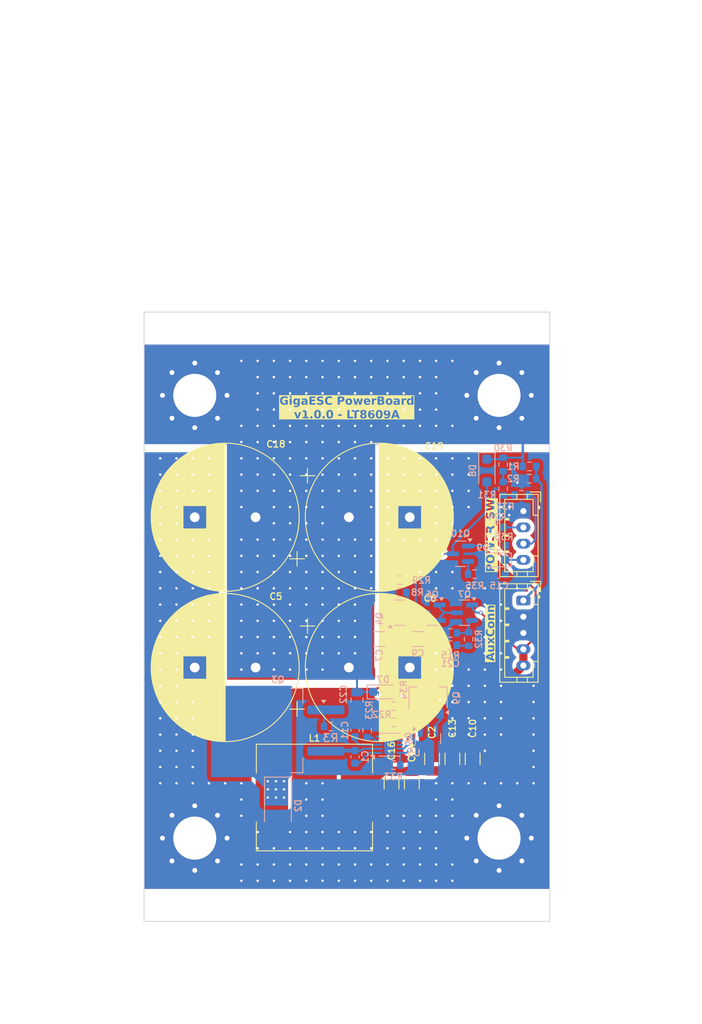
<source format=kicad_pcb>
(kicad_pcb (version 20240108) (generator "pcbnew") (generator_version "8.0")
  (title_block (comment 4 "AISLER Project ID: XWAALUFD"))
  (layers (0 "F.Cu" signal) (31 "B.Cu" signal) (34 "B.Paste" user) (35 "F.Paste" user) (36 "B.SilkS" user "B.Silkscreen") (37 "F.SilkS" user "F.Silkscreen") (38 "B.Mask" user) (39 "F.Mask" user) (44 "Edge.Cuts" user))
  (net 0 "")
  (net 1 "+BATT")
  (net 2 "-BATT")
  (net 3 "+12V")
  (net 4 "Net-(C7-Pad2)")
  (net 5 "IN_V")
  (net 6 "Net-(U5-BST)")
  (net 7 "GNDH")
  (net 8 "Net-(U5-INTVCC)")
  (net 9 "Net-(D9-K)")
  (net 10 "Net-(C21-Pad1)")
  (net 11 "Net-(D7-A)")
  (net 12 "Net-(D8-A)")
  (net 13 "Net-(D2-K)")
  (net 14 "Net-(Q4-C)")
  (net 15 "Net-(Q6-E)")
  (net 16 "Net-(Q7-E)")
  (net 17 "Net-(Q8-B)")
  (net 18 "Net-(Q10-E)")
  (net 19 "Net-(Q10-B)")
  (net 20 "Net-(U5-RT)")
  (net 21 "Net-(R30-Pad2)")
  (net 22 "Net-(R31-Pad2)")
  (net 26 "Net-(Q3-G)")
  (net 27 "Net-(Q3-S)")
  (net 28 "Net-(J2-Pin_2)")
  (net 29 "Net-(J2-Pin_3)")
  (net 30 "Net-(Q4-B)")
  (net 31 "Net-(Q4-E)")
  (footprint "MountingHole:MountingHole_5.3mm_M5_Pad_Via" (layer "F.Cu") (at 93.75 139.75)
    (property "Reference" "H3" (hide yes))
    (property "Value" "MountingHole_Pad")
  )
  (footprint "Capacitor_THT:CP_Radial_D18.0mm_P7.50mm" (layer "F.Cu") (at 63.75 118.75 180)
    (property "Reference" "C5")
    (property "Value" "330u 200V")
  )
  (footprint "Connector_JST:JST_PH_B5B-PH-K_1x05_P2.00mm_Vertical" (layer "F.Cu") (at 96.75 110.5 -90)
    (property "Reference" "J1" (hide yes))
    (property "Value" "AuxConn")
  )
  (footprint "Capacitor_THT:CP_Radial_D18.0mm_P7.50mm" (layer "F.Cu") (at 75.25 118.75)
    (property "Reference" "C6")
    (property "Value" "330u 200V")
  )
  (footprint "Inductor_SMD:L_Chilisin_BMRG00131360" (layer "F.Cu") (at 71 134.75)
    (property "Reference" "L1")
    (property "Value" "100uH")
  )
  (footprint "MountingHole:MountingHole_5.3mm_M5_Pad_Via" (layer "F.Cu") (at 56.25 85.25)
    (property "Reference" "H2" (hide yes))
    (property "Value" "MountingHole_Pad")
  )
  (footprint "Capacitor_SMD:C_1206_3216Metric" (layer "F.Cu") (at 83 133 -90)
    (property "Reference" "C14")
    (property "Value" "22u")
  )
  (footprint "Connector_JST:JST_PH_B4B-PH-K_1x04_P2.00mm_Vertical" (layer "F.Cu") (at 96.75 99.5 -90)
    (property "Reference" "J2" (hide yes))
    (property "Value" "POWER_SW")
  )
  (footprint "Capacitor_SMD:C_1206_3216Metric" (layer "F.Cu") (at 90.5 130 90)
    (property "Reference" "C10")
    (property "Value" "22u")
  )
  (footprint "Capacitor_SMD:C_1206_3216Metric" (layer "F.Cu") (at 85.5 130 90)
    (property "Reference" "C2")
    (property "Value" "22u")
  )
  (footprint "MountingHole:MountingHole_5.3mm_M5_Pad_Via" (layer "F.Cu") (at 93.75 85.25)
    (property "Reference" "H4" (hide yes))
    (property "Value" "MountingHole_Pad")
  )
  (footprint "Capacitor_SMD:C_1206_3216Metric" (layer "F.Cu") (at 80.5 133 -90)
    (property "Reference" "C16")
    (property "Value" "22u")
  )
  (footprint "Capacitor_THT:CP_Radial_D18.0mm_P7.50mm" (layer "F.Cu") (at 75.25 100.25)
    (property "Reference" "C19")
    (property "Value" "330u 200V")
  )
  (footprint "Capacitor_THT:CP_Radial_D18.0mm_P7.50mm" (layer "F.Cu") (at 63.75 100.25 180)
    (property "Reference" "C18")
    (property "Value" "330u 200V")
  )
  (footprint "Capacitor_SMD:C_1206_3216Metric" (layer "F.Cu") (at 88 130 90)
    (property "Reference" "C13")
    (property "Value" "22u")
  )
  (footprint "MountingHole:MountingHole_5.3mm_M5_Pad_Via" (layer "F.Cu") (at 56.25 139.75)
    (property "Reference" "H1" (hide yes))
    (property "Value" "MountingHole_Pad")
  )
  (footprint "Package_TO_SOT_SMD:SOT-23" (layer "B.Cu") (at 81.5 112)
    (property "Reference" "Q4")
    (property "Value" "S9012 2T1")
  )
  (footprint "GigaVescLibs:C_0603_1608Metric_L" (layer "B.Cu") (at 87.75 116 180)
    (property "Reference" "C21")
    (property "Value" "22n")
  )
  (footprint "Capacitor_SMD:C_1206_3216Metric" (layer "B.Cu") (at 83.75 115.25)
    (property "Reference" "C9")
    (property "Value" "2.2u 100V")
  )
  (footprint "Resistor_SMD:R_0603_1608Metric" (layer "B.Cu") (at 87.75 114.5)
    (property "Reference" "R15")
    (property "Value" "10k")
  )
  (footprint "Resistor_SMD:R_0603_1608Metric" (layer "B.Cu") (at 73 126)
    (property "Reference" "R3")
    (property "Value" "22")
  )
  (footprint "Capacitor_SMD:C_1206_3216Metric" (layer "B.Cu") (at 79 115.25)
    (property "Reference" "C7")
    (property "Value" "2.2u 100V")
  )
  (footprint "Resistor_SMD:R_0603_1608Metric" (layer "B.Cu") (at 80.75 125.5)
    (property "Reference" "R22")
    (property "Value" "820")
  )
  (footprint "Resistor_SMD:R_0603_1608Metric" (layer "B.Cu") (at 96.5 97.5)
    (property "Reference" "R37")
    (property "Value" "100k")
  )
  (footprint "Resistor_SMD:R_0603_1608Metric" (layer "B.Cu") (at 80.75 130.75)
    (property "Reference" "R33")
    (property "Value" "10k")
  )
  (footprint "Resistor_SMD:R_0603_1608Metric" (layer "B.Cu") (at 90.75 107.25)
    (property "Reference" "R35")
    (property "Value" "4.7k")
  )
  (footprint "Package_TO_SOT_SMD:SOT-23" (layer "B.Cu") (at 89 104.75 180)
    (property "Reference" "Q10")
    (property "Value" "MMBTA42")
  )
  (footprint "Resistor_SMD:R_0603_1608Metric" (layer "B.Cu") (at 77.5 126.5 90)
    (property "Reference" "R23")
    (property "Value" "220k")
  )
  (footprint "Resistor_SMD:R_0603_1608Metric" (layer "B.Cu") (at 97.5 94)
    (property "Reference" "R1")
    (property "Value" "150k")
  )
  (footprint "Diode_SMD:D_SOD-323_HandSoldering" (layer "B.Cu") (at 79.5 121.75)
    (property "Reference" "D7")
    (property "Value" "BZT52C8V2S")
  )
  (footprint "Package_DFN_QFN:DFN-10-1EP_2.6x2.6mm_P0.5mm_EP1.3x2.2mm" (layer "B.Cu") (at 80.25 128.25)
    (property "Reference" "U5")
    (property "Value" "LT8609AJDDM")
  )
  (footprint "Resistor_SMD:R_0603_1608Metric" (layer "B.Cu") (at 97.5 95.5 180)
    (property "Reference" "R2")
    (property "Value" "2.7k")
  )
  (footprint "Package_TO_SOT_SMD:SOT-23" (layer "B.Cu") (at 89.5 112 180)
    (property "Reference" "Q7")
    (property "Value" "MMBTA42")
  )
  (footprint "Resistor_SMD:R_0603_1608Metric" (layer "B.Cu") (at 93.5 101.5 180)
    (property "Reference" "R24")
    (property "Value" "100k")
  )
  (footprint "Diode_SMD:D_SOD-323_HandSoldering" (layer "B.Cu") (at 93.25 105.5 180)
    (property "Reference" "D9")
    (property "Value" "BZT52C8V2S")
  )
  (footprint "Capacitor_SMD:C_0603_1608Metric" (layer "B.Cu") (at 93.75 107.25)
    (property "Reference" "C15")
    (property "Value" "100n")
  )
  (footprint "Resistor_SMD:R_0603_1608Metric" (layer "B.Cu") (at 81.5 109.5 180)
    (property "Reference" "R8")
    (property "Value" "1k")
  )
  (footprint "Package_TO_SOT_SMD:TO-263-2" (layer "B.Cu") (at 64.75 126.5 180)
    (property "Reference" "Q3")
    (property "Value" "IRF9640SPBF")
  )
  (footprint "Resistor_SMD:R_0603_1608Metric" (layer "B.Cu") (at 80.75 123.5)
    (property "Reference" "R34")
    (property "Value" "150")
  )
  (footprint "Package_TO_SOT_SMD:SOT-23" (layer "B.Cu") (at 85 127.5 -90)
    (property "Reference" "Q8")
    (property "Value" "S9012 2T1")
  )
  (footprint "Package_TO_SOT_SMD:SOT-89-3" (layer "B.Cu") (at 85 122.5 90)
    (property "Reference" "Q9")
    (property "Value" "MMBTA92T")
  )
  (footprint "Resistor_SMD:R_0603_1608Metric" (layer "B.Cu") (at 94.25 96.75 -90)
    (property "Reference" "R31")
    (property "Value" "100k")
  )
  (footprint "Resistor_SMD:R_0603_1608Metric" (layer "B.Cu") (at 94.25 93.75 -90)
    (property "Reference" "R30")
    (property "Value" "100k")
  )
  (footprint "Capacitor_SMD:C_0805_2012Metric" (layer "B.Cu") (at 76.25 122.75 -90)
    (property "Reference" "C22")
    (property "Value" "10u")
  )
  (footprint "Resistor_SMD:R_0603_1608Metric" (layer "B.Cu") (at 81.5 108 180)
    (property "Reference" "R29")
    (property "Value" "1k")
  )
  (footprint "Resistor_SMD:R_0603_1608Metric" (layer "B.Cu") (at 90 115.25 90)
    (property "Reference" "R32")
    (property "Value" "820")
  )
  (footprint "Resistor_SMD:R_0603_1608Metric" (layer "B.Cu") (at 93.75 103.75 180)
    (property "Reference" "R36")
    (property "Value" "30k")
  )
  (footprint "Diode_SMD:D_SOD-123F" (layer "B.Cu") (at 92.25 94.5 -90)
    (property "Reference" "D8")
    (property "Value" "BZT52B12")
  )
  (footprint "Diode_SMD:D_SMA" (layer "B.Cu") (at 66.5 135.75 -90)
    (property "Reference" "D2")
    (property "Value" "SS520F")
  )
  (footprint "Capacitor_SMD:C_0603_1608Metric" (layer "B.Cu") (at 76 129.75 -90)
    (property "Reference" "C1")
    (property "Value" "100n")
  )
  (footprint "Capacitor_SMD:C_0603_1608Metric" (layer "B.Cu") (at 76 126.5 90)
    (property "Reference" "C11")
    (property "Value" "1u")
  )
  (footprint "Package_TO_SOT_SMD:SOT-23" (layer "B.Cu") (at 85.5 112 180)
    (property "Reference" "Q6")
    (property "Value" "S9012 2T1")
  )
  (gr_rect (start 50 75) (end 100 150) (stroke (width 0.1)) (fill none) (layer "Edge.Cuts"))
  (gr_text "GigaESC PowerBoard\nv1.0.0 - LT8609A" (at 75 88.25 0) (layer "F.SilkS" knockout) (effects (font (size 1 1) (thickness 0.2) (bold yes)) (justify bottom)))
  (segment (start 82.5 125.5) (end 82.5 128.168442) (width 0.25) (layer "F.Cu") (net 1))
  (segment (start 79.125 122.125) (end 82.5 125.5) (width 0.25) (layer "F.Cu") (net 1))
  (via (at 64 97) (size 0.5) (drill 0.3) (layers "F.Cu" "B.Cu") (net 1))
  (via (at 72 103) (size 0.5) (drill 0.3) (layers "F.Cu" "B.Cu") (net 1))
  (via (at 76 85) (size 0.5) (drill 0.3) (layers "F.Cu" "B.Cu") (net 1))
  (via (at 70 97) (size 0.5) (drill 0.3) (layers "F.Cu" "B.Cu") (net 1))
  (via (at 72 99) (size 0.5) (drill 0.3) (layers "F.Cu" "B.Cu") (net 1))
  (via (at 74 81) (size 0.5) (drill 0.3) (layers "F.Cu" "B.Cu") (net 1))
  (via (at 62 111) (size 0.5) (drill 0.3) (layers "F.Cu" "B.Cu") (net 1))
  (via (at 70 115) (size 0.5) (drill 0.3) (layers "F.Cu" "B.Cu") (net 1))
  (via (at 86 85) (size 0.5) (drill 0.3) (layers "F.Cu" "B.Cu") (net 1))
  (via (at 62 99) (size 0.5) (drill 0.3) (layers "F.Cu" "B.Cu") (net 1))
  (via (at 78 105) (size 0.5) (drill 0.3) (layers "F.Cu" "B.Cu") (net 1))
  (via (at 76 93) (size 0.5) (drill 0.3) (layers "F.Cu" "B.Cu") (net 1))
  (via (at 74 107) (size 0.5) (drill 0.3) (layers "F.Cu" "B.Cu") (net 1))
  (via (at 76 103) (size 0.5) (drill 0.3) (layers "F.Cu" "B.Cu") (net 1))
  (via (at 64 83) (size 0.5) (drill 0.3) (layers "F.Cu" "B.Cu") (net 1))
  (via (at 70 93) (size 0.5) (drill 0.3) (layers "F.Cu" "B.Cu") (net 1))
  (via (at 76 89) (size 0.5) (drill 0.3) (layers "F.Cu" "B.Cu") (net 1))
  (via (at 62 93) (size 0.5) (drill 0.3) (layers "F.Cu" "B.Cu") (net 1))
  (via (at 72 97) (size 0.5) (drill 0.3) (layers "F.Cu" "B.Cu") (net 1))
  (via (at 74 97) (size 0.5) (drill 0.3) (layers "F.Cu" "B.Cu") (net 1))
  (via (at 62 105) (size 0.5) (drill 0.3) (layers "F.Cu" "B.Cu") (net 1))
  (via (at 62 117) (size 0.5) (drill 0.3) (layers "F.Cu" "B.Cu") (net 1))
  (via (at 72 95) (size 0.5) (drill 0.3) (layers "F.Cu" "B.Cu") (net 1))
  (via (at 66 89) (size 0.5) (drill 0.3) (layers "F.Cu" "B.Cu") (net 1))
  (via (at 76 95) (size 0.5) (drill 0.3) (layers "F.Cu" "B.Cu") (net 1))
  (via (at 74 87) (size 0.5) (drill 0.3) (layers "F.Cu" "B.Cu") (net 1))
  (via (at 70 99) (size 0.5) (drill 0.3) (layers "F.Cu" "B.Cu") (net 1))
  (via (at 64 81) (size 0.5) (drill 0.3) (layers "F.Cu" "B.Cu") (net 1))
  (via (at 72 111) (size 0.5) (drill 0.3) (layers "F.Cu" "B.Cu") (net 1))
  (via (at 74 85) (size 0.5) (drill 0.3) (layers "F.Cu" "B.Cu") (net 1))
  (via (at 64 117) (size 0.5) (drill 0.3) (layers "F.Cu" "B.Cu") (net 1))
  (via (at 74 115) (size 0.5) (drill 0.3) (layers "F.Cu" "B.Cu") (net 1))
  (via (at 66 85) (size 0.5) (drill 0.3) (layers "F.Cu" "B.Cu") (net 1))
  (via (at 76 113) (size 0.5) (drill 0.3) (layers "F.Cu" "B.Cu") (net 1))
  (via (at 72 81) (size 0.5) (drill 0.3) (layers "F.Cu" "B.Cu") (net 1))
  (via (at 79.125 122.125) (size 0.5) (drill 0.3) (layers "F.Cu" "B.Cu") (net 1))
  (via (at 62 95) (size 0.5) (drill 0.3) (layers "F.Cu" "B.Cu") (net 1))
  (via (at 78 103) (size 0.5) (drill 0.3) (layers "F.Cu" "B.Cu") (net 1))
  (via (at 68 87) (size 0.5) (drill 0.3) (layers "F.Cu" "B.Cu") (net 1))
  (via (at 66 113) (size 0.5) (drill 0.3) (layers "F.Cu" "B.Cu") (net 1))
  (via (at 74 89) (size 0.5) (drill 0.3) (layers "F.Cu" "B.Cu") (net 1))
  (via (at 86 83) (size 0.5) (drill 0.3) (layers "F.Cu" "B.Cu") (net 1))
  (via (at 70 101) (size 0.5) (drill 0.3) (layers "F.Cu" "B.Cu") (net 1))
  (via (at 66 81) (size 0.5) (drill 0.3) (layers "F.Cu" "B.Cu") (net 1))
  (via (at 72 87) (size 0.5) (drill 0.3) (layers "F.Cu" "B.Cu") (net 1))
  (via (at 72 83) (size 0.5) (drill 0.3) (layers "F.Cu" "B.Cu") (net 1))
  (via (at 68 117) (size 0.5) (drill 0.3) (layers "F.Cu" "B.Cu") (net 1))
  (via (at 66 117) (size 0.5) (drill 0.3) (layers "F.Cu" "B.Cu") (net 1))
  (via (at 62 81) (size 0.5) (drill 0.3) (layers "F.Cu" "B.Cu") (net 1))
  (via (at 76 83) (size 0.5) (drill 0.3) (layers "F.Cu" "B.Cu") (net 1))
  (via (at 76 115) (size 0.5) (drill 0.3) (layers "F.Cu" "B.Cu") (net 1))
  (via (at 76 81) (size 0.5) (drill 0.3) (layers "F.Cu" "B.Cu") (net 1))
  (via (at 78 89) (size 0.5) (drill 0.3) (layers "F.Cu" "B.Cu") (net 1))
  (via (at 76 91) (size 0.5) (drill 0.3) (layers "F.Cu" "B.Cu") (net 1))
  (via (at 78 97) (size 0.5) (drill 0.3) (layers "F.Cu" "B.Cu") (net 1))
  (via (at 68 95) (size 0.5) (drill 0.3) (layers "F.Cu" "B.Cu") (net 1))
  (via (at 72 115) (size 0.5) (drill 0.3) (layers "F.Cu" "B.Cu") (net 1))
  (via (at 80 85) (size 0.5) (drill 0.3) (layers "F.Cu" "B.Cu") (net 1))
  (via (at 72 89) (size 0.5) (drill 0.3) (layers "F.Cu" "B.Cu") (net 1))
  (via (at 66 91) (size 0.5) (drill 0.3) (layers "F.Cu" "B.Cu") (net 1))
  (via (at 70 87) (size 0.5) (drill 0.3) (layers "F.Cu" "B.Cu") (net 1))
  (via (at 78 95) (size 0.5) (drill 0.3) (layers "F.Cu" "B.Cu") (net 1))
  (via (at 86 81) (size 0.5) (drill 0.3) (layers "F.Cu" "B.Cu") (net 1))
  (via (at 84 87) (size 0.5) (drill 0.3) (layers "F.Cu" "B.Cu") (net 1))
  (via (at 78 109) (size 0.5) (drill 0.3) (layers "F.Cu" "B.Cu") (net 1))
  (via (at 74 95) (size 0.5) (drill 0.3) (layers "F.Cu" "B.Cu") (net 1))
  (via (at 66 97) (size 0.5) (drill 0.3) (layers "F.Cu" "B.Cu") (net 1))
  (via (at 84 85) (size 0.5) (drill 0.3) (layers "F.Cu" "B.Cu") (net 1))
  (via (at 66 95) (size 0.5) (drill 0.3) (layers "F.Cu" "B.Cu") (net 1))
  (via (at 64 111) (size 0.5) (drill 0.3) (layers "F.Cu" "B.Cu") (net 1))
  (via (at 76 109) (size 0.5) (drill 0.3) (layers "F.Cu" "B.Cu") (net 1))
  (via (at 70 81) (size 0.5) (drill 0.3) (layers "F.Cu" "B.Cu") (net 1))
  (via (at 68 93) (size 0.5) (drill 0.3) (layers "F.Cu" "B.Cu") (net 1))
  (via (at 72 101) (size 0.5) (drill 0.3) (layers "F.Cu" "B.Cu") (net 1))
  (via (at 74 103) (size 0.5) (drill 0.3) (layers "F.Cu" "B.Cu") (net 1))
  (via (at 68 89) (size 0.5) (drill 0.3) (layers "F.Cu" "B.Cu") (net 1))
  (via (at 68 97) (size 0.5) (drill 0.3) (layers "F.Cu" "B.Cu") (net 1))
  (via (at 68 91) (size 0.5) (drill 0.3) (layers "F.Cu" "B.Cu") (net 1))
  (via (at 64 113) (size 0.5) (drill 0.3) (layers "F.Cu" "B.Cu") (net 1))
  (via (at 78 91) (size 0.5) (drill 0.3) (layers "F.Cu" "B.Cu") (net 1))
  (via (at 64 91) (size 0.5) (drill 0.3) (layers "F.Cu" "B.Cu") (net 1))
  (via (at 70 103) (size 0.5) (drill 0.3) (layers "F.Cu" "B.Cu") (net 1))
  (via (at 62 97) (size 0.5) (drill 0.3) (layers "F.Cu" "B.Cu") (net 1))
  (via (at 66 111) (size 0.5) (drill 0.3) (layers "F.Cu" "B.Cu") (net 1))
  (via (at 68 107) (size 0.5) (drill 0.3) (layers "F.Cu" "B.Cu") (net 1))
  (via (at 84 81) (size 0.5) (drill 0.3) (layers "F.Cu" "B.Cu") (net 1))
  (via (at 68 99) (size 0.5) (drill 0.3) (layers "F.Cu" "B.Cu") (net 1))
  (via (at 70 119) (size 0.5) (drill 0.3) (layers "F.Cu" "B.Cu") (net 1))
  (via (at 66 115) (size 0.5) (drill 0.3) (layers "F.Cu" "B.Cu") (net 1))
  (via (at 74 117) (size 0.5) (drill 0.3) (layers "F.Cu" "B.Cu") (net 1))
  (via (at 82.5 128.168442) (size 0.5) (drill 0.3) (layers "F.Cu" "B.Cu") (net 1))
  (via (at 70 105) (size 0.5) (drill 0.3) (layers "F.Cu" "B.Cu") (net 1))
  (via (at 84 89) (size 0.5) (drill 0.3) (layers "F.Cu" "B.Cu") (net 1))
  (via (at 64 85) (size 0.5) (drill 0.3) (layers "F.Cu" "B.Cu") (net 1))
  (via (at 74 113) (size 0.5) (drill 0.3) (layers "F.Cu" "B.Cu") (net 1))
  (via (at 66 105) (size 0.5) (drill 0.3) (layers "F.Cu" "B.Cu") (net 1))
  (via (at 74 105) (size 0.5) (drill 0.3) (layers "F.Cu" "B.Cu") (net 1))
  (via (at 82 87) (size 0.5) (drill 0.3) (layers "F.Cu" "B.Cu") (net 1))
  (via (at 66 87) (size 0.5) (drill 0.3) (layers "F.Cu" "B.Cu") (net 1))
  (via (at 76 87) (size 0.5) (drill 0.3) (layers "F.Cu" "B.Cu") (net 1))
  (via (at 72 113) (size 0.5) (drill 0.3) (layers "F.Cu" "B.Cu") (net 1))
  (via (at 84 83) (size 0.5) (drill 0.3) (layers "F.Cu" "B.Cu") (net 1))
  (via (at 70 107) (size 0.5) (drill 0.3) (layers "F.Cu" "B.Cu") (net 1))
  (via (at 68 111) (size 0.5) (drill 0.3) (layers "F.Cu" "B.Cu") (net 1))
  (via (at 68 103) (size 0.5) (drill 0.3) (layers "F.Cu" "B.Cu") (net 1))
  (via (at 82 85) (size 0.5) (drill 0.3) (layers "F.Cu" "B.Cu") (net 1))
  (via (at 82 89) (size 0.5) (drill 0.3) (layers "F.Cu" "B.Cu") (net 1))
  (via (at 66 99) (size 0.5) (drill 0.3) (layers "F.Cu" "B.Cu") (net 1))
  (via (at 86 89) (size 0.5) (drill 0.3) (layers "F.Cu" "B.Cu") (net 1))
  (via (at 72 107) (size 0.5) (drill 0.3) (layers "F.Cu" "B.Cu") (net 1))
  (via (at 64 109) (size 0.5) (drill 0.3) (layers "F.Cu" "B.Cu") (net 1))
  (via (at 64 115) (size 0.5) (drill 0.3) (layers "F.Cu" "B.Cu") (net 1))
  (via (at 72 119) (size 0.5) (drill 0.3) (layers "F.Cu" "B.Cu") (net 1))
  (via (at 68 119) (size 0.5) (drill 0.3) (layers "F.Cu" "B.Cu") (net 1))
  (via (at 80 89) (size 0.5) (drill 0.3) (layers "F.Cu" "B.Cu") (net 1))
  (via (at 74 93) (size 0.5) (drill 0.3) (layers "F.Cu" "B.Cu") (net 1))
  (via (at 86 87) (size 0.5) (drill 0.3) (layers "F.Cu" "B.Cu") (net 1))
  (via (at 70 83) (size 0.5) (drill 0.3) (layers "F.Cu" "B.Cu") (net 1))
  (via (at 68 101) (size 0.5) (drill 0.3) (layers "F.Cu" "B.Cu") (net 1))
  (via (at 62 109) (size 0.5) (drill 0.3) (layers "F.Cu" "B.Cu") (net 1))
  (via (at 70 111) (size 0.5) (drill 0.3) (layers "F.Cu" "B.Cu") (net 1))
  (via (at 64 95) (size 0.5) (drill 0.3) (layers "F.Cu" "B.Cu") (net 1))
  (via (at 82 83) (size 0.5) (drill 0.3) (layers "F.Cu" "B.Cu") (net 1))
  (via (at 76 97) (size 0.5) (drill 0.3) (layers "F.Cu" "B.Cu") (net 1))
  (via (at 68 81) (size 0.5) (drill 0.3) (layers "F.Cu" "B.Cu") (net 1))
  (via (at 62 91) (size 0.5) (drill 0.3) (layers "F.Cu" "B.Cu") (net 1))
  (via (at 66 93) (size 0.5) (drill 0.3) (layers "F.Cu" "B.Cu") (net 1))
  (via (at 66 101) (size 0.5) (drill 0.3) (layers "F.Cu" "B.Cu") (net 1))
  (via (at 80 87) (size 0.5) (drill 0.3) (layers "F.Cu" "B.Cu") (net 1))
  (via (at 72 109) (size 0.5) (drill 0.3) (layers "F.Cu" "B.Cu") (net 1))
  (via (at 68 113) (size 0.5) (drill 0.3) (layers "F.Cu" "B.Cu") (net 1))
  (via (at 74 111) (size 0.5) (drill 0.3) (layers "F.Cu" "B.Cu") (net 1))
  (via (at 72 117) (size 0.5) (drill 0.3) (layers "F.Cu" "B.Cu") (net 1))
  (via (at 78 81) (size 0.5) (drill 0.3) (layers "F.Cu" "B.Cu") (net 1))
  (via (at 64 105) (size 0.5) (drill 0.3) (layers "F.Cu" "B.Cu") (net 1))
  (via (at 64 107) (size 0.5) (drill 0.3) (layers "F.Cu" "B.Cu") (net 1))
  (via (at 66 103) (size 0.5) (drill 0.3) (layers "F.Cu" "B.Cu") (net 1))
  (via (at 70 91) (size 0.5) (drill 0.3) (layers "F.Cu" "B.Cu") (net 1))
  (via (at 70 89) (size 0.5) (drill 0.3) (layers "F.Cu" "B.Cu") (net 1))
  (via (at 70 85) (size 0.5) (drill 0.3) (layers "F.Cu" "B.Cu") (net 1))
  (via (at 70 109) (size 0.5) (drill 0.3) (layers "F.Cu" "B.Cu") (net 1))
  (via (at 62 115) (size 0.5) (drill 0.3) (layers "F.Cu" "B.Cu") (net 1))
  (via (at 76 105) (size 0.5) (drill 0.3) (layers "F.Cu" "B.Cu") (net 1))
  (via (at 76 117) (size 0.5) (drill 0.3) (layers "F.Cu" "B.Cu") (net 1))
  (via (at 66 119) (size 0.5) (drill 0.3) (layers "F.Cu" "B.Cu") (net 1))
  (via (at 74 83) (size 0.5) (drill 0.3) (layers "F.Cu" "B.Cu") (net 1))
  (via (at 76 111) (size 0.5) (drill 0.3) (layers "F.Cu" "B.Cu") (net 1))
  (via (at 88 81) (size 0.5) (drill 0.3) (layers "F.Cu" "B.Cu") (net 1))
  (via (at 68 83) (size 0.5) (drill 0.3) (layers "F.Cu" "B.Cu") (net 1))
  (via (at 80 83) (size 0.5) (drill 0.3) (layers "F.Cu" "B.Cu") (net 1))
  (via (at 62 113) (size 0.5) (drill 0.3) (layers "F.Cu" "B.Cu") (net 1))
  (via (at 82 81) (size 0.5) (drill 0.3) (layers "F.Cu" "B.Cu") (net 1))
  (via (at 68 105) (size 0.5) (drill 0.3) (layers "F.Cu" "B.Cu") (net 1))
  (via (at 66 83) (size 0.5) (drill 0.3) (layers "F.Cu" "B.Cu") (net 1))
  (via (at 72 105) (size 0.5) (drill 0.3) (layers "F.Cu" "B.Cu") (net 1))
  (via (at 66 109) (size 0.5) (drill 0.3) (layers "F.Cu" "B.Cu") (net 1))
  (via (at 70 117) (size 0.5) (drill 0.3) (layers "F.Cu" "B.Cu") (net 1))
  (via (at 72 85) (size 0.5) (drill 0.3) (layers "F.Cu" "B.Cu") (net 1))
  (via (at 74 109) (size 0.5) (drill 0.3) (layers "F.Cu" "B.Cu") (net 1))
  (via (at 78 83) (size 0.5) (drill 0.3) (layers "F.Cu" "B.Cu") (net 1))
  (via (at 78 99) (size 0.5) (drill 0.3) (layers "F.Cu" "B.Cu") (net 1))
  (via (at 64 103) (size 0.5) (drill 0.3) (layers "F.Cu" "B.Cu") (net 1))
  (via (at 66 107) (size 0.5) (drill 0.3) (layers "F.Cu" "B.Cu") (net 1))
  (via (at 78 87) (size 0.5) (drill 0.3) (layers "F.Cu" "B.Cu") (net 1))
  (via (at 70 95) (size 0.5) (drill 0.3) (layers "F.Cu" "B.Cu") (net 1))
  (via (at 64 89) (size 0.5) (drill 0.3) (layers "F.Cu" "B.Cu") (net 1))
  (via (at 68 85) (size 0.5) (drill 0.3) (layers "F.Cu" "B.Cu") (net 1))
  (via (at 62 89) (size 0.5) (drill 0.3) (layers "F.Cu" "B.Cu") (net 1))
  (via (at 72 93) (size 0.5) (drill 0.3) (layers "F.Cu" "B.Cu") (net 1))
  (via (at 62 107) (size 0.5) (drill 0.3) (layers "F.Cu" "B.Cu") (net 1))
  (via (at 88 89) (size 0.5) (drill 0.3) (layers "F.Cu" "B.Cu") (net 1))
  (via (at 68 115) (size 0.5) (drill 0.3) (layers "F.Cu" "B.Cu") (net 1))
  (via (at 70 113) (size 0.5) (drill 0.3) (layers "F.Cu" "B.Cu") (net 1))
  (via (at 64 87) (size 0.5) (drill 0.3) (layers "F.Cu" "B.Cu") (net 1))
  (via (at 64 93) (size 0.5) (drill 0.3) (layers "F.Cu" "B.Cu") (net 1))
  (via (at 72 91) (size 0.5) (drill 0.3) (layers "F.Cu" "B.Cu") (net 1))
  (via (at 78 93) (size 0.5) (drill 0.3) (layers "F.Cu" "B.Cu") (net 1))
  (via (at 78 107) (size 0.5) (drill 0.3) (layers "F.Cu" "B.Cu") (net 1))
  (via (at 76 107) (size 0.5) (drill 0.3) (layers "F.Cu" "B.Cu") (net 1))
  (via (at 62 119) (size 0.5) (drill 0.3) (layers "F.Cu" "B.Cu") (net 1))
  (via (at 62 103) (size 0.5) (drill 0.3) (layers "F.Cu" "B.Cu") (net 1))
  (via (at 68 109) (size 0.5) (drill 0.3) (layers "F.Cu" "B.Cu") (net 1))
  (via (at 80 81) (size 0.5) (drill 0.3) (layers "F.Cu" "B.Cu") (net 1))
  (via (at 78 85) (size 0.5) (drill 0.3) (layers "F.Cu" "B.Cu") (net 1))
  (via (at 74 91) (size 0.5) (drill 0.3) (layers "F.Cu" "B.Cu") (net 1))
  (segment (start 81.97474 128.75) (end 81.525001 128.75) (width 0.25) (layer "B.Cu") (net 1))
  (segment (start 76.25 122.050001) (end 76.25 119.75) (width 0.25) (layer "B.Cu") (net 1))
  (segment (start 79.125 122.125) (end 78.75932 121.75932) (width 0.25) (layer "B.Cu") (net 1))
  (segment (start 96.675 94) (end 96.675 92.75) (width 0.3) (layer "B.Cu") (net 1))
  (segment (start 96.675 90.675) (end 96.5 90.5) (width 0.3) (layer "B.Cu") (net 1))
  (segment (start 82.5 128.168442) (end 82.5 128.22474) (width 0.25) (layer "B.Cu") (net 1))
  (segment (start 96.5 92.925) (end 96.675 92.75) (width 0.25) (layer "B.Cu") (net 1))
  (segment (start 82.5 128.22474) (end 81.97474 128.75) (width 0.25) (layer "B.Cu") (net 1))
  (segment (start 94.074999 93.100001) (end 94.25 92.925) (width 0.25) (layer "B.Cu") (net 1))
  (segment (start 96.675 92.75) (end 96.675 90.675) (width 0.3) (layer "B.Cu") (net 1))
  (segment (start 76.25 119.75) (end 75.25 118.75) (width 0.25) (layer "B.Cu") (net 1))
  (segment (start 80.737499 108) (end 80.737499 109.5) (width 0.25) (layer "B.Cu") (net 1))
  (segment (start 92.25 93.100001) (end 94.074999 93.100001) (width 0.25) (layer "B.Cu") (net 1))
  (segment (start 76.540681 121.75932) (end 76.25 122.050001) (width 0.25) (layer "B.Cu") (net 1))
  (segment (start 80.737499 109.5) (end 78 109.5) (width 0.25) (layer "B.Cu") (net 1))
  (segment (start 94.25 92.925) (end 96.5 92.925) (width 0.25) (layer "B.Cu") (net 1))
  (segment (start 78.75932 121.75932) (end 76.540681 121.75932) (width 0.25) (layer "B.Cu") (net 1))
  (via (at 56 123) (size 0.5) (drill 0.3) (layers "F.Cu" "B.Cu") (net 2))
  (via (at 95 99) (size 0.5) (drill 0.3) (layers "F.Cu" "B.Cu") (net 2))
  (via (at 94 125) (size 0.5) (drill 0.3) (layers "F.Cu" "B.Cu") (net 2))
  (via (at 54 113) (size 0.5) (drill 0.3) (layers "F.Cu" "B.Cu") (net 2))
  (via (at 60 133) (size 0.5) (drill 0.3) (layers "F.Cu" "B.Cu") (net 2))
  (via (at 82 139) (size 0.5) (drill 0.3) (layers "F.Cu" "B.Cu") (net 2))
  (via (at 56 125) (size 0.5) (drill 0.3) (layers "F.Cu" "B.Cu") (net 2))
  (via (at 84 139) (size 0.5) (drill 0.3) (layers "F.Cu" "B.Cu") (net 2))
  (via (at 80 93) (size 0.5) (drill 0.3) (layers "F.Cu" "B.Cu") (net 2))
  (via (at 86 109) (size 0.5) (drill 0.3) (layers "F.Cu" "B.Cu") (net 2))
  (via (at 76 145) (size 0.5) (drill 0.3) (layers "F.Cu" "B.Cu") (net 2))
  (via (at 98 125) (size 0.5) (drill 0.3) (layers "F.Cu" "B.Cu") (net 2))
  (via (at 86 145) (size 0.5) (drill 0.3) (layers "F.Cu" "B.Cu") (net 2))
  (via (at 58 105) (size 0.5) (drill 0.3) (layers "F.Cu" "B.Cu") (net 2))
  (via (at 94 100) (size 0.5) (drill 0.3) (layers "F.Cu" "B.Cu") (net 2))
  (via (at 80 95) (size 0.5) (drill 0.3) (layers "F.Cu" "B.Cu") (net 2))
  (via (at 66 143) (size 0.5) (drill 0.3) (layers "F.Cu" "B.Cu") (net 2))
  (via (at 72 135) (size 0.5) (drill 0.3) (layers "F.Cu" "B.Cu") (net 2))
  (via (at 52 101) (size 0.5) (drill 0.3) (layers "F.Cu" "B.Cu") (net 2))
  (via (at 80 137) (size 0.5) (drill 0.3) (layers "F.Cu" "B.Cu") (net 2))
  (via (at 54 109) (size 0.5) (drill 0.3) (layers "F.Cu" "B.Cu") (net 2))
  (via (at 94 119) (size 0.5) (drill 0.3) (layers "F.Cu" "B.Cu") (net 2))
  (via (at 62 133) (size 0.5) (drill 0.3) (layers "F.Cu" "B.Cu") (net 2))
  (via (at 88 101) (size 0.5) (drill 0.3) (layers "F.Cu" "B.Cu") (net 2))
  (via (at 52 97) (size 0.5) (drill 0.3) (layers "F.Cu" "B.Cu") (net 2))
  (via (at 98 131) (size 0.5) (drill 0.3) (layers "F.Cu" "B.Cu") (net 2))
  (via (at 88 127) (size 0.5) (drill 0.3) (layers "F.Cu" "B.Cu") (net 2))
  (via (at 56 105) (size 0.5) (drill 0.3) (layers "F.Cu" "B.Cu") (net 2))
  (via (at 54 103) (size 0.5) (drill 0.3) (layers "F.Cu" "B.Cu") (net 2))
  (via (at 74 139) (size 0.5) (drill 0.3) (layers "F.Cu" "B.Cu") (net 2))
  (via (at 70 143) (size 0.5) (drill 0.3) (layers "F.Cu" "B.Cu") (net 2))
  (via (at 86 93) (size 0.5) (drill 0.3) (layers "F.Cu" "B.Cu") (net 2))
  (via (at 94 99) (size 0.5) (drill 0.3) (layers "F.Cu" "B.Cu") (net 2))
  (via (at 72 145) (size 0.5) (drill 0.3) (layers "F.Cu" "B.Cu") (net 2))
  (via (at 70 141) (size 0.5) (drill 0.3) (layers "F.Cu" "B.Cu") (net 2))
  (via (at 54 121) (size 0.5) (drill 0.3) (layers "F.Cu" "B.Cu") (net 2))
  (via (at 52 127) (size 0.5) (drill 0.3) (layers "F.Cu" "B.Cu") (net 2))
  (via (at 58 133) (size 0.5) (drill 0.3) (layers "F.Cu" "B.Cu") (net 2))
  (via (at 82 143) (size 0.5) (drill 0.3) (layers "F.Cu" "B.Cu") (net 2))
  (via (at 88 143) (size 0.5) (drill 0.3) (layers "F.Cu" "B.Cu") (net 2))
  (via (at 86 103) (size 0.5) (drill 0.3) (layers "F.Cu" "B.Cu") (net 2))
  (via (at 86 95) (size 0.5) (drill 0.3) (layers "F.Cu" "B.Cu") (net 2))
  (via (at 70 135) (size 0.5) (drill 0.3) (layers "F.Cu" "B.Cu") (net 2))
  (via (at 92 109) (size 0.5) (drill 0.3) (layers "F.Cu" "B.Cu") (net 2))
  (via (at 66 141) (size 0.5) (drill 0.3) (layers "F.Cu" "B.Cu") (net 2))
  (via (at 72 143) (size 0.5) (drill 0.3) (layers "F.Cu" "B.Cu") (net 2))
  (via (at 52 133) (size 0.5) (drill 0.3) (layers "F.Cu" "B.Cu") (net 2))
  (via (at 82 141) (size 0.5) (drill 0.3) (layers "F.Cu" "B.Cu") (net 2))
  (via (at 88 109) (size 0.5) (drill 0.3) (layers "F.Cu" "B.Cu") (net 2))
  (via (at 58 95) (size 0.5) (drill 0.3) (layers "F.Cu" "B.Cu") (net 2))
  (via (at 90 119) (size 0.5) (drill 0.3) (layers "F.Cu" "B.Cu") (net 2))
  (via (at 80 97) (size 0.5) (drill 0.3) (layers "F.Cu" "B.Cu") (net 2))
  (via (at 86 141) (size 0.5) (drill 0.3) (layers "F.Cu" "B.Cu") (net 2))
  (via (at 54 99) (size 0.5) (drill 0.3) (layers "F.Cu" "B.Cu") (net 2))
  (via (at 58 109) (size 0.5) (drill 0.3) (layers "F.Cu" "B.Cu") (net 2))
  (via (at 92 133) (size 0.5) (drill 0.3) (layers "F.Cu" "B.Cu") (net 2))
  (via (at 82 103) (size 0.5) (drill 0.3) (layers "F.Cu" "B.Cu") (net 2))
  (via (at 90 97) (size 0.5) (drill 0.3) (layers "F.Cu" "B.Cu") (net 2))
  (via (at 92 127) (size 0.5) (drill 0.3) (layers "F.Cu" "B.Cu") (net 2))
  (via (at 88 95) (size 0.5) (drill 0.3) (layers "F.Cu" "B.Cu") (net 2))
  (via (at 96 109) (size 0.5) (drill 0.3) (layers "F.Cu" "B.Cu") (net 2))
  (via (at 86 101) (size 0.5) (drill 0.3) (layers "F.Cu" "B.Cu") (net 2))
  (via (at 52 131) (size 0.5) (drill 0.3) (layers "F.Cu" "B.Cu") (net 2))
  (via (at 90 95) (size 0.5) (drill 0.3) (layers "F.Cu" "B.Cu") (net 2))
  (via (at 92 119) (size 0.5) (drill 0.3) (layers "F.Cu" "B.Cu") (net 2))
  (via (at 52 105) (size 0.5) (drill 0.3) (layers "F.Cu" "B.Cu") (net 2))
  (via (at 82 93) (size 0.5) (drill 0.3) (layers "F.Cu" "B.Cu") (net 2))
  (via (at 86 107) (size 0.5) (drill 0.3) (layers "F.Cu" "B.Cu") (net 2))
  (via (at 56 111) (size 0.5) (drill 0.3) (layers "F.Cu" "B.Cu") (net 2))
  (via (at 84 103) (size 0.5) (drill 0.3) (layers "F.Cu" "B.Cu") (net 2))
  (via (at 88 145) (size 0.5) (drill 0.3) (layers "F.Cu" "B.Cu") (net 2))
  (via (at 74 145) (size 0.5) (drill 0.3) (layers "F.Cu" "B.Cu") (net 2))
  (via (at 94 111) (size 0.5) (drill 0.3) (layers "F.Cu" "B.Cu") (net 2))
  (via (at 54 123) (size 0.5) (drill 0.3) (layers "F.Cu" "B.Cu") (net 2))
  (via (at 90 109) (size 0.5) (drill 0.3) (layers "F.Cu" "B.Cu") (net 2))
  (via (at 84 137) (size 0.5) (drill 0.3) (layers "F.Cu" "B.Cu") (net 2))
  (via (at 64 143) (size 0.5) (drill 0.3) (layers "F.Cu" "B.Cu") (net 2))
  (via (at 98 127) (size 0.5) (drill 0.3) (layers "F.Cu" "B.Cu") (net 2))
  (via (at 64 141) (size 0.5) (drill 0.3) (layers "F.Cu" "B.Cu") (net 2))
  (via (at 72 137) (size 0.5) (drill 0.3) (layers "F.Cu" "B.Cu") (net 2))
  (via (at 84 107) (size 0.5) (drill 0.3) (layers "F.Cu" "B.Cu") (net 2))
  (via (at 56 107) (size 0.5) (drill 0.3) (layers "F.Cu" "B.Cu") (net 2))
  (via (at 92 111) (size 0.5) (drill 0.3) (layers "F.Cu" "B.Cu") (net 2))
  (via (at 98 133) (size 0.5) (drill 0.3) (layers "F.Cu" "B.Cu") (net 2))
  (via (at 52 95) (size 0.5) (drill 0.3) (layers "F.Cu" "B.Cu") (net 2))
  (via (at 94 109) (size 0.5) (drill 0.3) (layers "F.Cu" "B.Cu") (net 2))
  (via (at 86 97) (size 0.5) (drill 0.3) (layers "F.Cu" "B.Cu") (net 2))
  (via (at 58 113) (size 0.5) (drill 0.3) (layers "F.Cu" "B.Cu") (net 2))
  (via (at 90 133) (size 0.5) (drill 0.3) (layers "F.Cu" "B.Cu") (net 2))
  (via (at 84 97) (size 0.5) (drill 0.3) (layers "F.Cu" "B.Cu") (net 2))
  (via (at 72 133) (size 0.5) (drill 0.3) (layers "F.Cu" "B.Cu") (net 2))
  (via (at 52 121) (size 0.5) (drill 0.3) (layers "F.Cu" "B.Cu") (net 2))
  (via (at 96 133) (size 0.5) (drill 0.3) (layers "F.Cu" "B.Cu") (net 2))
  (via (at 94 133) (size 0.5) (drill 0.3) (layers "F.Cu" "B.Cu") (net 2))
  (via (at 54 129) (size 0.5) (drill 0.3) (layers "F.Cu" "B.Cu") (net 2))
  (via (at 86 117) (size 0.5) (drill 0.3) (layers "F.Cu" "B.Cu") (net 2))
  (via (at 86 143) (size 0.5) (drill 0.3) (layers "F.Cu" "B.Cu") (net 2))
  (via (at 90 127) (size 0.5) (drill 0.3) (layers "F.Cu" "B.Cu") (net 2))
  (via (at 54 101) (size 0.5) (drill 0.3) (layers "F.Cu" "B.Cu") (net 2))
  (via (at 86 135) (size 0.5) (drill 0.3) (layers "F.Cu" "B.Cu") (net 2))
  (via (at 58 97) (size 0.5) (drill 0.3) (layers "F.Cu" "B.Cu") (net 2))
  (via (at 56 97) (size 0.5) (drill 0.3) (layers "F.Cu" "B.Cu") (net 2))
  (via (at 74 141) (size 0.5) (drill 0.3) (layers "F.Cu" "B.Cu") (net 2))
  (via (at 64 145) (size 0.5) (drill 0.3) (layers "F.Cu" "B.Cu") (net 2))
  (via (at 72 141) (size 0.5) (drill 0.3) (layers "F.Cu" "B.Cu") (net 2))
  (via (at 62 145) (size 0.5) (drill 0.3) (layers "F.Cu" "B.Cu") (net 2))
  (via (at 88 135) (size 0.5) (drill 0.3) (layers "F.Cu" "B.Cu") (net 2))
  (via (at 54 115) (size 0.5) (drill 0.3) (layers "F.Cu" "B.Cu") (net 2))
  (via (at 92 115) (size 0.5) (drill 0.3) (layers "F.Cu" "B.Cu") (net 2))
  (via (at 92 125) (size 0.5) (drill 0.3) (layers "F.Cu" "B.Cu") (net 2))
  (via (at 92 121) (size 0.5) (drill 0.3) (layers "F.Cu" "B.Cu") (net 2))
  (via (at 84 93) (size 0.5) (drill 0.3) (layers "F.Cu" "B.Cu") (net 2))
  (via (at 76 143) (size 0.5) (drill 0.3) (layers "F.Cu" "B.Cu") (net 2))
  (via (at 95 100) (size 0.5) (drill 0.3) (layers "F.Cu" "B.Cu") (net 2))
  (via (at 62 135) (size 0.5) (drill 0.3) (layers "F.Cu" "B.Cu") (net 2))
  (via (at 92 117) (size 0.5) (drill 0.3) (layers "F.Cu" "B.Cu") (net 2))
  (via (at 90 123) (size 0.5) (drill 0.3) (layers "F.Cu" "B.Cu") (net 2))
  (via (at 80 141) (size 0.5) (drill 0.3) (layers "F.Cu" "B.Cu") (net 2))
  (via (at 80 101) (size 0.5) (drill 0.3) (layers "F.Cu" "B.Cu") (net 2))
  (via (at 54 119) (size 0.5) (drill 0.3) (layers "F.Cu" "B.Cu") (net 2))
  (via (at 64 139) (size 0.5) (drill 0.3) (layers "F.Cu" "B.Cu") (net 2))
  (via (at 70 137) (size 0.5) (drill 0.3) (layers "F.Cu" "B.Cu") (net 2))
  (via (at 58 93) (size 0.5) (drill 0.3) (layers "F.Cu" "B.Cu") (net 2))
  (via (at 88 137) (size 0.5) (drill 0.3) (layers "F.Cu" "B.Cu") (net 2))
  (via (at 58 107) (size 0.5) (drill 0.3) (layers "F.Cu" "B.Cu") (net 2))
  (via (at 52 93) (size 0.5) (drill 0.3) (layers "F.Cu" "B.Cu") (net 2))
  (via (at 88 121) (size 0.5) (drill 0.3) (layers "F.Cu" "B.Cu") (net 2))
  (via (at 70 133) (size 0.5) (drill 0.3) (layers "F.Cu" "B.Cu") (net 2))
  (via (at 86 137) (size 0.5) (drill 0.3) (layers "F.Cu" "B.Cu") (net 2))
  (via (at 94 117) (size 0.5) (drill 0.3) (layers "F.Cu" "B.Cu") (net 2))
  (via (at 66 145) (size 0.5) (drill 0.3) (layers "F.Cu" "B.Cu") (net 2))
  (via (at 62 137) (size 0.5) (drill 0.3) (layers "F.Cu" "B.Cu") (net 2))
  (via (at 52 117) (size 0.5) (drill 0.3) (layers "F.Cu" "B.Cu") (net 2))
  (via (at 58 103) (size 0.5) (drill 0.3) (layers "F.Cu" "B.Cu") (net 2))
  (via (at 54 111) (size 0.5) (drill 0.3) (layers "F.Cu" "B.Cu") (net 2))
  (via (at 90 125) (size 0.5) (drill 0.3) (layers "F.Cu" "B.Cu") (net 2))
  (via (at 62 143) (size 0.5) (drill 0.3) (layers "F.Cu" "B.Cu") (net 2))
  (via (at 82 145) (size 0.5) (drill 0.3) (layers "F.Cu" "B.Cu") (net 2))
  (via (at 78 143) (size 0.5) (drill 0.3) (layers "F.Cu" "B.Cu") (net 2))
  (via (at 56 103) (size 0.5) (drill 0.3) (layers "F.Cu" "B.Cu") (net 2))
  (via (at 80 99) (size 0.5) (drill 0.3) (layers "F.Cu" "B.Cu") (net 2))
  (via (at 88 125) (size 0.5) (drill 0.3) (layers "F.Cu" "B.Cu") (net 2))
  (via (at 52 99) (size 0.5) (drill 0.3) (layers "F.Cu" "B.Cu") (net 2))
  (via (at 94 121) (size 0.5) (drill 0.3) (layers "F.Cu" "B.Cu") (net 2))
  (via (at 94 123) (size 0.5) (drill 0.3) (layers "F.Cu" "B.Cu") (net 2))
  (via (at 80 143) (size 0.5) (drill 0.3) (layers "F.Cu" "B.Cu") (net 2))
  (via (at 52 119) (size 0.5) (drill 0.3) (layers "F.Cu" "B.Cu") (net 2))
  (via (at 54 105) (size 0.5) (drill 0.3) (layers "F.Cu" "B.Cu") (net 2))
  (via (at 78 145) (size 0.5) (drill 0.3) (layers "F.Cu" "B.Cu") (net 2))
  (via (at 94 113) (size 0.5) (drill 0.3) (layers "F.Cu" "B.Cu") (net 2))
  (via (at 88 93) (size 0.5) (drill 0.3) (layers "F.Cu" "B.Cu") (net 2))
  (via (at 80 103) (size 0.5) (drill 0.3) (layers "F.Cu" "B.Cu") (net 2))
  (via (at 70 139) (size 0.5) (drill 0.3) (layers "F.Cu" "B.Cu") (net 2))
  (via (at 90 99) (size 0.5) (drill 0.3) (layers "F.Cu" "B.Cu") (net 2))
  (via (at 88 123) (size 0.5) (drill 0.3) (layers "F.Cu" "B.Cu") (net 2))
  (via (at 90 121) (size 0.5) (drill 0.3) (layers "F.Cu" "B.Cu") (net 2))
  (via (at 68 143) (size 0.5) (drill 0.3) (layers "F.Cu" "B.Cu") (net 2))
  (via (at 54 125) (size 0.5) (drill 0.3) (layers "F.Cu" "B.Cu") (net 2))
  (via (at 98 123) (size 0.5) (drill 0.3) (layers "F.Cu" "B.Cu") (net 2))
  (via (at 86 133) (size 0.5) (drill 0.3) (layers "F.Cu" "B.Cu") (net 2))
  (via (at 54 97) (size 0.5) (drill 0.3) (layers "F.Cu" "B.Cu") (net 2))
  (via (at 56 93) (size 0.5) (drill 0.3) (layers "F.Cu" "B.Cu") (net 2))
  (via (at 52 103) (size 0.5) (drill 0.3) (layers "F.Cu" "B.Cu") (net 2))
  (via (at 68 145) (size 0.5) (drill 0.3) (layers "F.Cu" "B.Cu") (net 2))
  (via (at 78 139) (size 0.5) (drill 0.3) (layers "F.Cu" "B.Cu") (net 2))
  (via (at 56 109) (size 0.5) (drill 0.3) (layers "F.Cu" "B.Cu") (net 2))
  (via (at 82 95) (size 0.5) (drill 0.3) (layers "F.Cu" "B.Cu") (net 2))
  (via (at 94 127) (size 0.5) (drill 0.3) (layers "F.Cu" "B.Cu") (net 2))
  (via (at 52 115) (size 0.5) (drill 0.3) (layers "F.Cu" "B.Cu") (net 2))
  (via (at 92 123) (size 0.5) (drill 0.3) (layers "F.Cu" "B.Cu") (net 2))
  (via (at 86 119) (size 0.5) (drill 0.3) (layers "F.Cu" "B.Cu") (net 2))
  (via (at 80 145) (size 0.5) (drill 0.3) (layers "F.Cu" "B.Cu") (net 2))
  (via (at 84 145) (size 0.5) (drill 0.3) (layers "F.Cu" "B.Cu") (net 2))
  (via (at 86 139) (size 0.5) (drill 0.3) (layers "F.Cu" "B.Cu") (net 2))
  (via (at 68 141) (size 0.5) (drill 0.3) (layers "F.Cu" "B.Cu") (net 2))
  (via (at 86 99) (size 0.5) (drill 0.3) (layers "F.Cu" "B.Cu") (net 2))
  (via (at 88 99) (size 0.5) (drill 0.3) (layers "F.Cu" "B.Cu") (net 2))
  (via (at 92 129) (size 0.5) (drill 0.3) (layers "F.Cu" "B.Cu") (net 2))
  (via (at 52 125) (size 0.5) (drill 0.3) (layers "F.Cu" "B.Cu") (net 2))
  (via (at 52 129) (size 0.5) (drill 0.3) (layers "F.Cu" "B.Cu") (net 2))
  (via (at 78 141) (size 0.5) (drill 0.3) (layers "F.Cu" "B.Cu") (net 2))
  (via (at 52 113) (size 0.5) (drill 0.3) (layers "F.Cu" "B.Cu") (net 2))
  (via (at 56 95) (size 0.5) (drill 0.3) (layers "F.Cu" "B.Cu") (net 2))
  (via (at 76 139) (size 0.5) (drill 0.3) (layers "F.Cu" "B.Cu") (net 2))
  (via (at 52 123) (size 0.5) (drill 0.3) (layers "F.Cu" "B.Cu") (net 2))
  (via (at 88 107) (size 0.5) (drill 0.3) (layers "F.Cu" "B.Cu") (net 2))
  (via (at 84 95) (size 0.5) (drill 0.3) (layers "F.Cu" "B.Cu") (net 2))
  (via (at 72 139) (size 0.5) (drill 0.3) (layers "F.Cu" "B.Cu") (net 2))
  (via (at 88 133) (size 0.5) (drill 0.3) (layers "F.Cu" "B.Cu") (net 2))
  (via (at 58 115) (size 0.5) (drill 0.3) (layers "F.Cu" "B.Cu") (net 2))
  (via (at 90 93) (size 0.5) (drill 0.3) (layers "F.Cu" "B.Cu") (net 2))
  (via (at 54 95) (size 0.5) (drill 0.3) (layers "F.Cu" "B.Cu") (net 2))
  (via (at 56 129) (size 0.5) (drill 0.3) (layers "F.Cu" "B.Cu") (net 2))
  (via (at 54 107) (size 0.5) (drill 0.3) (layers "F.Cu" "B.Cu") (net 2))
  (via (at 98 121) (size 0.5) (drill 0.3) (layers "F.Cu" "B.Cu") (net 2))
  (via (at 54 117) (size 0.5) (drill 0.3) (layers "F.Cu" "B.Cu") (net 2))
  (via (at 88 119) (size 0.5) (drill 0.3) (layers "F.Cu" "B.Cu") (net 2))
  (via (at 56 113) (size 0.5) (drill 0.3) (layers "F.Cu" "B.Cu") (net 2))
  (via (at 80 139) (size 0.5) (drill 0.3) (layers "F.Cu" "B.Cu") (net 2))
  (via (at 56 115) (size 0.5) (drill 0.3) (layers "F.Cu" "B.Cu") (net 2))
  (via (at 56 133) (size 0.5) (drill 0.3) (layers "F.Cu" "B.Cu") (net 2))
  (via (at 54 127) (size 0.5) (drill 0.3) (layers "F.Cu" "B.Cu") (net 2))
  (via (at 82 137) (size 0.5) (drill 0.3) (layers "F.Cu" "B.Cu") (net 2))
  (via (at 52 109) (size 0.5) (drill 0.3) (layers "F.Cu" "B.Cu") (net 2))
  (via (at 68 139) (size 0.5) (drill 0.3) (layers "F.Cu" "B.Cu") (net 2))
  (via (at 88 97) (size 0.5) (drill 0.3) (layers "F.Cu" "B.Cu") (net 2))
  (via (at 98 129) (size 0.5) (drill 0.3) (layers "F.Cu" "B.Cu") (net 2))
  (via (at 54 93) (size 0.5) (drill 0.3) (layers "F.Cu" "B.Cu") (net 2))
  (via (at 52 111) (size 0.5) (drill 0.3) (layers "F.Cu" "B.Cu") (net 2))
  (via (at 84 143) (size 0.5) (drill 0.3) (layers "F.Cu" "B.Cu") (net 2))
  (via (at 96 96) (size 0.5) (drill 0.3) (layers "F.Cu" "B.Cu") (net 2))
  (via (at 82 97) (size 0.5) (drill 0.3) (layers "F.Cu" "B.Cu") (net 2))
  (via (at 76 141) (size 0.5) (drill 0.3) (layers "F.Cu" "B.Cu") (net 2))
  (via (at 56 131) (size 0.5) (drill 0.3) (layers "F.Cu" "B.Cu") (net 2))
  (via (at 74 143) (size 0.5) (drill 0.3) (layers "F.Cu" "B.Cu") (net 2))
  (via (at 54 131) (size 0.5) (drill 0.3) (layers "F.Cu" "B.Cu") (net 2))
  (via (at 56 127) (size 0.5) (drill 0.3) (layers "F.Cu" "B.Cu") (net 2))
  (via (at 58 111) (size 0.5) (drill 0.3) (layers "F.Cu" "B.Cu") (net 2))
  (via (at 52 107) (size 0.5) (drill 0.3) (layers "F.Cu" "B.Cu") (net 2))
  (via (at 84 141) (size 0.5) (drill 0.3) (layers "F.Cu" "B.Cu") (net 2))
  (via (at 54 133) (size 0.5) (drill 0.3) (layers "F.Cu" "B.Cu") (net 2))
  (via (at 70 145) (size 0.5) (drill 0.3) (layers "F.Cu" "B.Cu") (net 2))
  (segment (start 98.25 115) (end 96.75 116.5) (width 0.25) (layer "F.Cu") (net 3))
  (segment (start 93 104) (end 98.25 109.25) (width 0.25) (layer "F.Cu") (net 3))
  (segment (start 85.5 131.475) (end 90.25 131.475) (width 1) (layer "F.Cu") (net 3))
  (segment (start 96.75 116.5) (end 96.75 118.5) (width 1) (layer "F.Cu") (net 3))
  (segment (start 95.5 129.75) (end 95.5 119.75) (width 1) (layer "F.Cu") (net 3))
  (segment (start 83.05 131.475) (end 83 131.525) (width 1) (layer "F.Cu") (net 3))
  (segment (start 80.5 131.525) (end 79.475 131.525) (width 1) (layer "F.Cu") (net 3))
  (segment (start 90.275 131.5) (end 93.75 131.5) (width 1) (layer "F.Cu") (net 3))
  (segment (start 95.5 119.75) (end 96.75 118.5) (width 1) (layer "F.Cu") (net 3))
  (segment (start 90.25 131.475) (end 90.275 131.5) (width 1) (layer "F.Cu") (net 3))
  (segment (start 91.5 112) (end 96 116.5) (width 0.25) (layer "F.Cu") (net 3))
  (segment (start 96 116.5) (end 96.75 116.5) (width 0.25) (layer "F.Cu") (net 3))
  (segment (start 98.25 109.25) (end 98.25 115) (width 0.25) (layer "F.Cu") (net 3))
  (segment (start 93 102.5) (end 93 104) (width 0.25) (layer "F.Cu") (net 3))
  (segment (start 93.75 131.5) (end 95.5 129.75) (width 1) (layer "F.Cu") (net 3))
  (segment (start 83 131.525) (end 80.5 131.525) (width 1) (layer "F.Cu") (net 3))
  (segment (start 79.475 131.525) (end 76.25 134.75) (width 1) (layer "F.Cu") (net 3))
  (segment (start 85.5 131.475) (end 83.05 131.475) (width 1) (layer "F.Cu") (net 3))
  (via (at 93 102.5) (size 0.5) (drill 0.3) (layers "F.Cu" "B.Cu") (net 3))
  (via (at 91.5 112) (size 0.5) (drill 0.3) (layers "F.Cu" "B.Cu") (net 3))
  (segment (start 92.675 101.5) (end 92.675 102.175) (width 0.25) (layer "B.Cu") (net 3))
  (segment (start 90.4375 111.05) (end 90.4375 111.49375) (width 0.25) (layer "B.Cu") (net 3))
  (segment (start 92.675 102.175) (end 93 102.5) (width 0.25) (layer "B.Cu") (net 3))
  (segment (start 90.94375 112) (end 91.5 112) (width 0.25) (layer "B.Cu") (net 3))
  (segment (start 90.4375 111.49375) (end 90.94375 112) (width 0.25) (layer "B.Cu") (net 3))
  (segment (start 82.274999 115.25) (end 80.475001 115.25) (width 1) (layer "B.Cu") (net 4))
  (segment (start 99 96.175) (end 99 108.25) (width 0.3) (layer "B.Cu") (net 5))
  (segment (start 98.325 95.5) (end 99 96.175) (width 0.3) (layer "B.Cu") (net 5))
  (segment (start 98.325 94) (end 98.325 95.5) (width 0.3) (layer "B.Cu") (net 5))
  (segment (start 99 108.25) (end 96.75 110.5) (width 0.3) (layer "B.Cu") (net 5))
  (segment (start 77.75 129.25) (end 78.925 129.25) (width 0.25) (layer "B.Cu") (net 6))
  (segment (start 76 130.525) (end 76.475 130.525) (width 0.25) (layer "B.Cu") (net 6))
  (segment (start 76.475 130.525) (end 77.75 129.25) (width 0.25) (layer "B.Cu") (net 6))
  (segment (start 76 127.75) (end 76 127.275) (width 0.25) (layer "B.Cu") (net 8))
  (segment (start 76.5 128.25) (end 76 127.75) (width 0.25) (layer "B.Cu") (net 8))
  (segment (start 78.925 128.25) (end 76.5 128.25) (width 0.25) (layer "B.Cu") (net 8))
  (segment (start 94.525 107.25) (end 94.525 105.525) (width 0.25) (layer "B.Cu") (net 9))
  (segment (start 94.525 105.525) (end 94.5 105.5) (width 0.25) (layer "B.Cu") (net 9))
  (segment (start 94.5 105.5) (end 94.5 103.825) (width 0.25) (layer "B.Cu") (net 9))
  (segment (start 94.5 103.825) (end 94.575 103.75) (width 0.25) (layer "B.Cu") (net 9))
  (segment (start 96.75 105.5) (end 94.5 105.5) (width 0.25) (layer "B.Cu") (net 9))
  (segment (start 90 116.075) (end 88.65 116.075) (width 0.25) (layer "B.Cu") (net 10))
  (segment (start 88.65 116.075) (end 88.575 116) (width 0.25) (layer "B.Cu") (net 10))
  (segment (start 83.25 128.403832) (end 83.25 125.25) (width 0.25) (layer "F.Cu") (net 11))
  (segment (start 82.701916 128.951916) (end 83.25 128.403832) (width 0.25) (layer "F.Cu") (net 11))
  (segment (start 83.25 125.25) (end 81.75 123.75) (width 0.25) (layer "F.Cu") (net 11))
  (segment (start 81.75 123.75) (end 81.75 122.25) (width 0.25) (layer "F.Cu") (net 11))
  (via (at 82.701916 128.951916) (size 0.5) (drill 0.3) (layers "F.Cu" "B.Cu") (net 11))
  (via (at 81.75 122.25) (size 0.5) (drill 0.3) (layers "F.Cu" "B.Cu") (net 11))
  (segment (start 81.575 130.75) (end 81.575 130.5) (width 0.25) (layer "B.Cu") (net 11))
  (segment (start 82.403832 129.25) (end 81.525 129.25) (width 0.25) (layer "B.Cu") (net 11))
  (segment (start 81.525 130.7) (end 81.575 130.75) (width 0.25) (layer "B.Cu") (net 11))
  (segment (start 82.701916 128.951916) (end 82.403832 129.25) (width 0.25) (layer "B.Cu") (net 11))
  (segment (start 81.75 122.25) (end 81.25932 121.75932) (width 0.25) (layer "B.Cu") (net 11))
  (segment (start 81.525 129.25) (end 81.525 130.7) (width 0.25) (layer "B.Cu") (net 11))
  (segment (start 81.25932 121.75932) (end 80.772499 121.75932) (width 0.25) (layer "B.Cu") (net 11))
  (segment (start 83.75 122.75) (end 86.5 122.75) (width 0.25) (layer "F.Cu") (net 12))
  (segment (start 86.75 104.75) (end 82 104.75) (width 0.25) (layer "F.Cu") (net 12))
  (segment (start 79.5 118.5) (end 83.75 122.75) (width 0.25) (layer "F.Cu") (net 12))
  (segment (start 82 104.75) (end 79.5 107.25) (width 0.25) (layer "F.Cu") (net 12))
  (segment (start 79.5 107.25) (end 79.5 118.5) (width 0.25) (layer "F.Cu") (net 12))
  (via (at 86.75 104.75) (size 0.5) (drill 0.3) (layers "F.Cu" "B.Cu") (net 12))
  (via (at 86.5 122.75) (size 0.5) (drill 0.3) (layers "F.Cu" "B.Cu") (net 12))
  (segment (start 85.95 125.8) (end 86.5 125.25) (width 0.25) (layer "B.Cu") (net 12))
  (segment (start 86.5 124.45) (end 86.5 122.75) (width 0.25) (layer "B.Cu") (net 12))
  (segment (start 88.0625 103.6875) (end 88.0625 104.75) (width 0.25) (layer "B.Cu") (net 12))
  (segment (start 85.95 126.5625) (end 85.95 125.8) (width 0.25) (layer "B.Cu") (net 12))
  (segment (start 92.25 95.899999) (end 92.25 99.5) (width 0.25) (layer "B.Cu") (net 12))
  (segment (start 86.5 125.25) (end 86.5 124.45) (width 0.25) (layer "B.Cu") (net 12))
  (segment (start 86.75 104.75) (end 88.0625 104.75) (width 0.25) (layer "B.Cu") (net 12))
  (segment (start 92.25 99.5) (end 88.0625 103.6875) (width 0.25) (layer "B.Cu") (net 12))
  (via (at 65.25 134.75) (size 0.5) (drill 0.3) (layers "F.Cu" "B.Cu") (net 13))
  (via (at 66.25 133.75) (size 0.5) (drill 0.3) (layers "F.Cu" "B.Cu") (net 13))
  (via (at 67.25 133.75) (size 0.5) (drill 0.3) (layers "F.Cu" "B.Cu") (net 13))
  (via (at 66.25 132.75) (size 0.5) (drill 0.3) (layers "F.Cu" "B.Cu") (net 13))
  (via (at 67.25 132.75) (size 0.5) (drill 0.3) (layers "F.Cu" "B.Cu") (net 13))
  (via (at 67.25 134.75) (size 0.5) (drill 0.3) (layers "F.Cu" "B.Cu") (net 13))
  (via (at 66.25 134.75) (size 0.5) (drill 0.3) (layers "F.Cu" "B.Cu") (net 13))
  (via (at 65.25 132.75) (size 0.5) (drill 0.3) (layers "F.Cu" "B.Cu") (net 13))
  (via (at 65.25 133.75) (size 0.5) (drill 0.3) (layers "F.Cu" "B.Cu") (net 13))
  (segment (start 79.25 119.25) (end 79.75 119.75) (width 0.25) (layer "B.Cu") (net 14))
  (segment (start 81.525 125.55) (end 81.575 125.5) (width 0.25) (layer "B.Cu") (net 14))
  (segment (start 81.575 124.825) (end 81.575 125.5) (width 0.25) (layer "B.Cu") (net 14))
  (segment (start 80.75 123.101996) (end 80.75 124) (width 0.25) (layer "B.Cu") (net 14))
  (segment (start 81.525 127.2) (end 81.525 125.55) (width 0.25) (layer "B.Cu") (net 14))
  (segment (start 80.75 124) (end 81.575 124.825) (width 0.25) (layer "B.Cu") (net 14))
  (segment (start 80.624999 111.05) (end 79.7 111.05) (width 0.25) (layer "B.Cu") (net 14))
  (segment (start 79.75 119.75) (end 79.75 122.101996) (width 0.25) (layer "B.Cu") (net 14))
  (segment (start 79.75 122.101996) (end 80.75 123.101996) (width 0.25) (layer "B.Cu") (net 14))
  (segment (start 79.25 111.5) (end 79.25 119.25) (width 0.25) (layer "B.Cu") (net 14))
  (segment (start 79.7 111.05) (end 79.25 111.5) (width 0.25) (layer "B.Cu") (net 14))
  (segment (start 83.5 110.875001) (end 83.5 108.5) (width 0.25) (layer "B.Cu") (net 15))
  (segment (start 83 108) (end 82.387499 108) (width 0.25) (layer "B.Cu") (net 15))
  (segment (start 84.624999 112) (end 83.5 110.875001) (width 0.25) (layer "B.Cu") (net 15))
  (segment (start 83.5 108.5) (end 83 108) (width 0.25) (layer "B.Cu") (net 15))
  (segment (start 89.925 114.5) (end 90 114.425) (width 0.25) (layer "B.Cu") (net 16))
  (segment (start 90 113.3875) (end 90.4375 112.95) (width 0.25) (layer "B.Cu") (net 16))
  (segment (start 88.575 114.5) (end 89.925 114.5) (width 0.25) (layer "B.Cu") (net 16))
  (segment (start 90 114.425) (end 90 113.3875) (width 0.25) (layer "B.Cu") (net 16))
  (segment (start 84.05 126.5625) (end 84.05 125.8) (width 0.25) (layer "B.Cu") (net 17))
  (segment (start 84.05 125.8) (end 83.5 125.25) (width 0.25) (layer "B.Cu") (net 17))
  (segment (start 83.5 125.25) (end 83.5 124.45) (width 0.25) (layer "B.Cu") (net 17))
  (segment (start 82 123.5) (end 81.575 123.5) (width 0.25) (layer "B.Cu") (net 17))
  (segment (start 82.95 124.45) (end 82 123.5) (width 0.25) (layer "B.Cu") (net 17))
  (segment (start 83.5 124.45) (end 82.95 124.45) (width 0.25) (layer "B.Cu") (net 17))
  (segment (start 89.9375 107.2375) (end 89.925 107.25) (width 0.25) (layer "B.Cu") (net 18))
  (segment (start 89.9375 105.7) (end 89.9375 107.2375) (width 0.25) (layer "B.Cu") (net 18))
  (segment (start 89.9875 103.75) (end 89.9375 103.8) (width 0.25) (layer "B.Cu") (net 19))
  (segment (start 92.925 103.75) (end 89.9875 103.75) (width 0.25) (layer "B.Cu") (net 19))
  (segment (start 78.075 127.325) (end 77.5 127.325) (width 0.25) (layer "B.Cu") (net 20))
  (segment (start 78.5 127.75) (end 78.075 127.325) (width 0.25) (layer "B.Cu") (net 20))
  (segment (start 78.974999 127.75) (end 78.5 127.75) (width 0.25) (layer "B.Cu") (net 20))
  (segment (start 94.25 94.575) (end 94.25 95.925) (width 0.25) (layer "B.Cu") (net 21))
  (segment (start 95.6 97.575) (end 95.675 97.5) (width 0.25) (layer "B.Cu") (net 22))
  (segment (start 94.25 97.575) (end 95.6 97.575) (width 0.25) (layer "B.Cu") (net 22))
  (segment (start 72.175 124.185) (end 72.4 123.96) (width 0.25) (layer "B.Cu") (net 26))
  (segment (start 72.175 126) (end 72.175 124.185) (width 0.25) (layer "B.Cu") (net 26))
  (segment (start 72.465 128.975) (end 72.4 129.04) (width 0.5) (layer "B.Cu") (net 27))
  (segment (start 76.775 128.975) (end 76 128.975) (width 0.25) (layer "B.Cu") (net 27))
  (segment (start 75.935 129.04) (end 76 128.975) (width 0.25) (layer "B.Cu") (net 27))
  (segment (start 76 128.975) (end 72.465 128.975) (width 0.5) (layer "B.Cu") (net 27))
  (segment (start 78.924999 128.75) (end 77 128.75) (width 0.25) (layer "B.Cu") (net 27))
  (segment (start 77 128.75) (end 76.775 128.975) (width 0.25) (layer "B.Cu") (net 27))
  (segment (start 96.75 101.5) (end 94.325 101.5) (width 0.25) (layer "B.Cu") (net 28))
  (segment (start 97.75 97.5) (end 97.325 97.5) (width 0.25) (layer "B.Cu") (net 29))
  (segment (start 98.25 103) (end 98.25 98) (width 0.25) (layer "B.Cu") (net 29))
  (segment (start 98.25 98) (end 97.75 97.5) (width 0.25) (layer "B.Cu") (net 29))
  (segment (start 97.75 103.5) (end 98.25 103) (width 0.25) (layer "B.Cu") (net 29))
  (segment (start 96.75 103.5) (end 97.75 103.5) (width 0.25) (layer "B.Cu") (net 29))
  (segment (start 80.7 112.95) (end 80.75 113) (width 0.25) (layer "B.Cu") (net 30))
  (segment (start 87.449999 112) (end 88.5625 112) (width 0.25) (layer "B.Cu") (net 30))
  (segment (start 80.8 112.95) (end 86.499999 112.95) (width 0.25) (layer "B.Cu") (net 30))
  (segment (start 86.499999 111.499999) (end 87 112) (width 0.25) (layer "B.Cu") (net 30))
  (segment (start 80.624999 112.95) (end 80.7 112.95) (width 0.25) (layer "B.Cu") (net 30))
  (segment (start 87 112) (end 87.449999 112) (width 0.25) (layer "B.Cu") (net 30))
  (segment (start 86.499999 112.95) (end 86.499999 112.500001) (width 0.25) (layer "B.Cu") (net 30))
  (segment (start 80.75 113) (end 80.8 112.95) (width 0.25) (layer "B.Cu") (net 30))
  (segment (start 86.499999 111.05) (end 86.499999 111.499999) (width 0.25) (layer "B.Cu") (net 30))
  (segment (start 86.499999 112.500001) (end 87 112) (width 0.25) (layer "B.Cu") (net 30))
  (segment (start 82.5 109.612501) (end 82.387499 109.5) (width 0.25) (layer "B.Cu") (net 31))
  (segment (start 82.5 112) (end 82.5 109.612501) (width 0.25) (layer "B.Cu") (net 31))
  (zone (net 2) (net_name "-BATT") (layers "F&B.Cu") (priority 6) (connect_pads yes (clearance 0.5)) (min_thickness 0.25) (fill yes (thermal_gap 0.5) (thermal_bridge_width 0.5))
    (polygon (pts (xy 100 150) (xy 50 150) (xy 50 91.25) (xy 60.22778 91.25) (xy 60.22778 120.25) (xy 78.47778 120.25) (xy 78.47778 91.25) (xy 99.97778 91.25)))
  )
  (zone (net 1) (net_name "+BATT") (layers "F&B.Cu") (priority 10) (connect_pads yes (clearance 1)) (min_thickness 0.25) (fill yes (thermal_gap 0.5) (thermal_bridge_width 0.5))
    (polygon (pts (xy 78.47778 91.25) (xy 99.97778 91.25) (xy 99.97778 79) (xy 50 79) (xy 50 91.25) (xy 60.22778 91.25) (xy 60.22778 120.25) (xy 78.47778 120.25)))
  )
  (zone (net 0) (net_name "") (layers "F&B.Cu") (connect_pads (clearance 0)) (min_thickness 0.25)
    (keepout (tracks not_allowed) (vias not_allowed) (pads not_allowed) (copperpour not_allowed) (footprints not_allowed))
    (fill (thermal_gap 0.5) (thermal_bridge_width 0.5))
    (polygon (pts (xy 100 75) (xy 100 79) (xy 50 79) (xy 50 75)))
  )
  (zone (net 0) (net_name "") (layers "F&B.Cu" "User.6") (connect_pads (clearance 0)) (min_thickness 0.25)
    (keepout (tracks not_allowed) (vias not_allowed) (pads not_allowed) (copperpour not_allowed) (footprints not_allowed))
    (fill (thermal_gap 0.5) (thermal_bridge_width 0.5))
    (polygon (pts (xy 50 150) (xy 50 146) (xy 100 146) (xy 100 150)))
  )
  (zone (net 13) (net_name "Net-(D2-K)") (layer "B.Cu") (priority 900) (connect_pads yes (clearance 0.5)) (min_thickness 0.25) (fill yes (thermal_gap 0.5) (thermal_bridge_width 0.5))
    (polygon (pts (xy 63.5 132.25) (xy 58.25 132.25) (xy 58.25 123.25) (xy 58.25 121) (xy 68.25 121) (xy 68.25 132) (xy 67.75 132.5) (xy 67.75 135.75) (xy 64.75 135.75) (xy 64.75 133.5)))
  )
  (zone (net 7) (net_name "GNDH") (layer "B.Cu") (priority 90) (connect_pads yes (clearance 0.5)) (min_thickness 0.25) (fill yes (thermal_gap 0.5) (thermal_bridge_width 0.5))
    (polygon (pts (xy 68.5 122.75) (xy 68.5 132) (xy 85.75 132) (xy 85.75 122.75)))
  )
)
</source>
